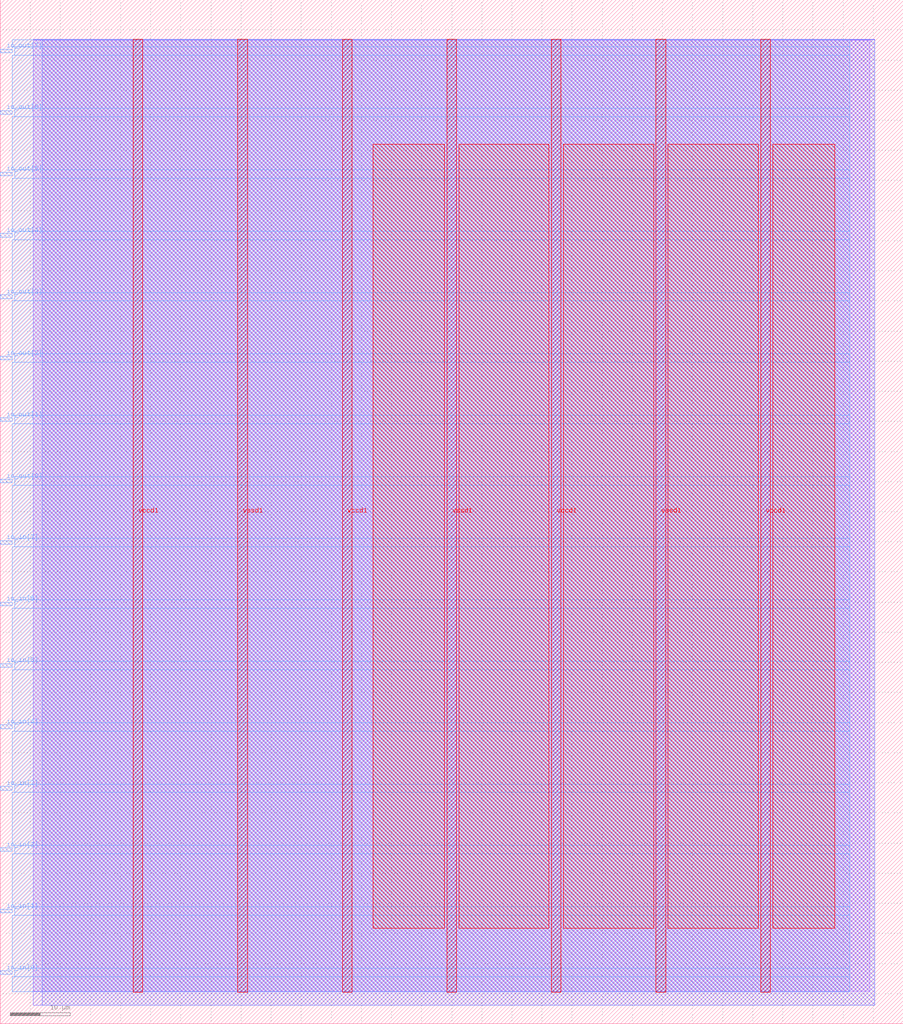
<source format=lef>
VERSION 5.7 ;
  NOWIREEXTENSIONATPIN ON ;
  DIVIDERCHAR "/" ;
  BUSBITCHARS "[]" ;
MACRO moonbase_cpu_8bit
  CLASS BLOCK ;
  FOREIGN moonbase_cpu_8bit ;
  ORIGIN 0.000 0.000 ;
  SIZE 150.000 BY 170.000 ;
  PIN io_in[0]
    DIRECTION INPUT ;
    USE SIGNAL ;
    PORT
      LAYER met3 ;
        RECT 0.000 8.200 2.000 8.800 ;
    END
  END io_in[0]
  PIN io_in[1]
    DIRECTION INPUT ;
    USE SIGNAL ;
    PORT
      LAYER met3 ;
        RECT 0.000 18.400 2.000 19.000 ;
    END
  END io_in[1]
  PIN io_in[2]
    DIRECTION INPUT ;
    USE SIGNAL ;
    PORT
      LAYER met3 ;
        RECT 0.000 28.600 2.000 29.200 ;
    END
  END io_in[2]
  PIN io_in[3]
    DIRECTION INPUT ;
    USE SIGNAL ;
    PORT
      LAYER met3 ;
        RECT 0.000 38.800 2.000 39.400 ;
    END
  END io_in[3]
  PIN io_in[4]
    DIRECTION INPUT ;
    USE SIGNAL ;
    PORT
      LAYER met3 ;
        RECT 0.000 49.000 2.000 49.600 ;
    END
  END io_in[4]
  PIN io_in[5]
    DIRECTION INPUT ;
    USE SIGNAL ;
    PORT
      LAYER met3 ;
        RECT 0.000 59.200 2.000 59.800 ;
    END
  END io_in[5]
  PIN io_in[6]
    DIRECTION INPUT ;
    USE SIGNAL ;
    PORT
      LAYER met3 ;
        RECT 0.000 69.400 2.000 70.000 ;
    END
  END io_in[6]
  PIN io_in[7]
    DIRECTION INPUT ;
    USE SIGNAL ;
    PORT
      LAYER met3 ;
        RECT 0.000 79.600 2.000 80.200 ;
    END
  END io_in[7]
  PIN io_out[0]
    DIRECTION OUTPUT TRISTATE ;
    USE SIGNAL ;
    PORT
      LAYER met3 ;
        RECT 0.000 89.800 2.000 90.400 ;
    END
  END io_out[0]
  PIN io_out[1]
    DIRECTION OUTPUT TRISTATE ;
    USE SIGNAL ;
    PORT
      LAYER met3 ;
        RECT 0.000 100.000 2.000 100.600 ;
    END
  END io_out[1]
  PIN io_out[2]
    DIRECTION OUTPUT TRISTATE ;
    USE SIGNAL ;
    PORT
      LAYER met3 ;
        RECT 0.000 110.200 2.000 110.800 ;
    END
  END io_out[2]
  PIN io_out[3]
    DIRECTION OUTPUT TRISTATE ;
    USE SIGNAL ;
    PORT
      LAYER met3 ;
        RECT 0.000 120.400 2.000 121.000 ;
    END
  END io_out[3]
  PIN io_out[4]
    DIRECTION OUTPUT TRISTATE ;
    USE SIGNAL ;
    PORT
      LAYER met3 ;
        RECT 0.000 130.600 2.000 131.200 ;
    END
  END io_out[4]
  PIN io_out[5]
    DIRECTION OUTPUT TRISTATE ;
    USE SIGNAL ;
    PORT
      LAYER met3 ;
        RECT 0.000 140.800 2.000 141.400 ;
    END
  END io_out[5]
  PIN io_out[6]
    DIRECTION OUTPUT TRISTATE ;
    USE SIGNAL ;
    PORT
      LAYER met3 ;
        RECT 0.000 151.000 2.000 151.600 ;
    END
  END io_out[6]
  PIN io_out[7]
    DIRECTION OUTPUT TRISTATE ;
    USE SIGNAL ;
    PORT
      LAYER met3 ;
        RECT 0.000 161.200 2.000 161.800 ;
    END
  END io_out[7]
  PIN vccd1
    DIRECTION INOUT ;
    USE POWER ;
    PORT
      LAYER met4 ;
        RECT 22.090 5.200 23.690 163.440 ;
    END
    PORT
      LAYER met4 ;
        RECT 56.830 5.200 58.430 163.440 ;
    END
    PORT
      LAYER met4 ;
        RECT 91.570 5.200 93.170 163.440 ;
    END
    PORT
      LAYER met4 ;
        RECT 126.310 5.200 127.910 163.440 ;
    END
  END vccd1
  PIN vssd1
    DIRECTION INOUT ;
    USE GROUND ;
    PORT
      LAYER met4 ;
        RECT 39.460 5.200 41.060 163.440 ;
    END
    PORT
      LAYER met4 ;
        RECT 74.200 5.200 75.800 163.440 ;
    END
    PORT
      LAYER met4 ;
        RECT 108.940 5.200 110.540 163.440 ;
    END
  END vssd1
  OBS
      LAYER li1 ;
        RECT 5.520 5.355 144.440 163.285 ;
      LAYER met1 ;
        RECT 5.520 3.100 145.290 163.440 ;
      LAYER met2 ;
        RECT 6.990 3.070 145.260 163.385 ;
      LAYER met3 ;
        RECT 2.000 162.200 141.155 163.365 ;
        RECT 2.400 160.800 141.155 162.200 ;
        RECT 2.000 152.000 141.155 160.800 ;
        RECT 2.400 150.600 141.155 152.000 ;
        RECT 2.000 141.800 141.155 150.600 ;
        RECT 2.400 140.400 141.155 141.800 ;
        RECT 2.000 131.600 141.155 140.400 ;
        RECT 2.400 130.200 141.155 131.600 ;
        RECT 2.000 121.400 141.155 130.200 ;
        RECT 2.400 120.000 141.155 121.400 ;
        RECT 2.000 111.200 141.155 120.000 ;
        RECT 2.400 109.800 141.155 111.200 ;
        RECT 2.000 101.000 141.155 109.800 ;
        RECT 2.400 99.600 141.155 101.000 ;
        RECT 2.000 90.800 141.155 99.600 ;
        RECT 2.400 89.400 141.155 90.800 ;
        RECT 2.000 80.600 141.155 89.400 ;
        RECT 2.400 79.200 141.155 80.600 ;
        RECT 2.000 70.400 141.155 79.200 ;
        RECT 2.400 69.000 141.155 70.400 ;
        RECT 2.000 60.200 141.155 69.000 ;
        RECT 2.400 58.800 141.155 60.200 ;
        RECT 2.000 50.000 141.155 58.800 ;
        RECT 2.400 48.600 141.155 50.000 ;
        RECT 2.000 39.800 141.155 48.600 ;
        RECT 2.400 38.400 141.155 39.800 ;
        RECT 2.000 29.600 141.155 38.400 ;
        RECT 2.400 28.200 141.155 29.600 ;
        RECT 2.000 19.400 141.155 28.200 ;
        RECT 2.400 18.000 141.155 19.400 ;
        RECT 2.000 9.200 141.155 18.000 ;
        RECT 2.400 7.800 141.155 9.200 ;
        RECT 2.000 5.275 141.155 7.800 ;
      LAYER met4 ;
        RECT 61.935 15.815 73.800 146.025 ;
        RECT 76.200 15.815 91.170 146.025 ;
        RECT 93.570 15.815 108.540 146.025 ;
        RECT 110.940 15.815 125.910 146.025 ;
        RECT 128.310 15.815 138.625 146.025 ;
  END
END moonbase_cpu_8bit
END LIBRARY


</source>
